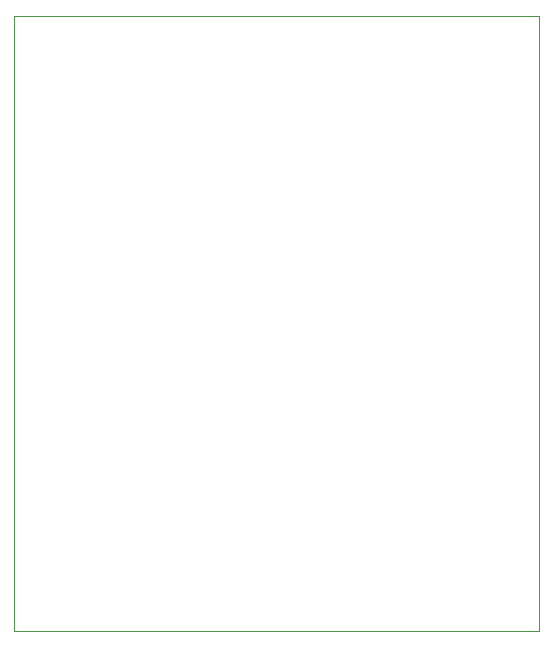
<source format=gbr>
G04 #@! TF.GenerationSoftware,KiCad,Pcbnew,5.1.5-52549c5~86~ubuntu18.04.1*
G04 #@! TF.CreationDate,2020-04-21T17:43:41+02:00*
G04 #@! TF.ProjectId,NODEMCU_PLACA_EMISOR_V01B,4e4f4445-4d43-4555-9f50-4c4143415f45,V1.0*
G04 #@! TF.SameCoordinates,Original*
G04 #@! TF.FileFunction,Profile,NP*
%FSLAX46Y46*%
G04 Gerber Fmt 4.6, Leading zero omitted, Abs format (unit mm)*
G04 Created by KiCad (PCBNEW 5.1.5-52549c5~86~ubuntu18.04.1) date 2020-04-21 17:43:41*
%MOMM*%
%LPD*%
G04 APERTURE LIST*
%ADD10C,0.100000*%
G04 APERTURE END LIST*
D10*
X149860000Y-57150000D02*
X149860000Y-109220000D01*
X105410000Y-57150000D02*
X149860000Y-57150000D01*
X105410000Y-109220000D02*
X105410000Y-57150000D01*
X149860000Y-109220000D02*
X105410000Y-109220000D01*
M02*

</source>
